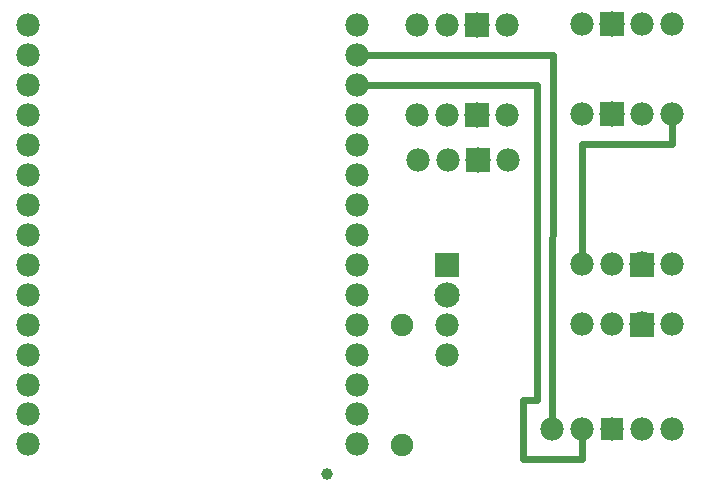
<source format=gtl>
G04 MADE WITH FRITZING*
G04 WWW.FRITZING.ORG*
G04 DOUBLE SIDED*
G04 HOLES PLATED*
G04 CONTOUR ON CENTER OF CONTOUR VECTOR*
%ASAXBY*%
%FSLAX23Y23*%
%MOIN*%
%OFA0B0*%
%SFA1.0B1.0*%
%ADD10C,0.077770*%
%ADD11C,0.075000*%
%ADD12C,0.078000*%
%ADD13C,0.084141*%
%ADD14C,0.039370*%
%ADD15R,0.084375X0.084375*%
%ADD16R,0.083333X0.083333*%
%ADD17R,0.078000X0.078000*%
%ADD18C,0.024000*%
%LNCOPPER1*%
G90*
G70*
G54D10*
X1305Y1745D03*
X208Y1945D03*
X208Y1845D03*
X208Y1745D03*
X208Y1645D03*
X208Y1545D03*
X1305Y1845D03*
X1305Y1945D03*
X1305Y1645D03*
X208Y1445D03*
X208Y1345D03*
X208Y1246D03*
X208Y1146D03*
X208Y1046D03*
X208Y946D03*
X208Y846D03*
X208Y746D03*
X208Y647D03*
X208Y547D03*
X1305Y1246D03*
X1305Y1146D03*
X1305Y1046D03*
X1305Y946D03*
X1305Y846D03*
X1305Y746D03*
X1305Y647D03*
X1305Y547D03*
X1305Y1545D03*
X1305Y1445D03*
X1305Y1345D03*
G54D11*
X1455Y946D03*
X1455Y546D03*
G54D12*
X2055Y1647D03*
G54D13*
X2155Y1647D03*
G54D12*
X2255Y1647D03*
X2355Y1647D03*
X2055Y1947D03*
G54D13*
X2155Y1947D03*
G54D12*
X2255Y1947D03*
X2355Y1947D03*
X2355Y1147D03*
G54D13*
X2255Y1147D03*
G54D12*
X2155Y1147D03*
X2055Y1147D03*
X1805Y1646D03*
G54D13*
X1705Y1646D03*
G54D12*
X1605Y1646D03*
X1505Y1646D03*
X1806Y1494D03*
G54D13*
X1706Y1494D03*
G54D12*
X1606Y1494D03*
X1506Y1494D03*
X1805Y1946D03*
G54D13*
X1705Y1946D03*
G54D12*
X1605Y1946D03*
X1505Y1946D03*
X2355Y947D03*
G54D13*
X2255Y947D03*
G54D12*
X2155Y947D03*
X2055Y947D03*
X1605Y1146D03*
G54D13*
X1605Y1046D03*
G54D12*
X1605Y946D03*
X1605Y846D03*
X2355Y597D03*
X2255Y597D03*
X2155Y597D03*
X2055Y597D03*
X1955Y597D03*
G54D14*
X1205Y447D03*
G54D15*
X2155Y1647D03*
X2155Y1947D03*
X2254Y1146D03*
X1705Y1646D03*
X1706Y1494D03*
X1705Y1946D03*
X2254Y946D03*
G54D16*
X1605Y1146D03*
G54D17*
X2155Y597D03*
G54D18*
X1856Y695D02*
X1856Y497D01*
D02*
X1904Y695D02*
X1856Y695D01*
D02*
X1335Y1745D02*
X1904Y1746D01*
D02*
X1904Y1746D02*
X1904Y695D01*
D02*
X1335Y1845D02*
X1957Y1845D01*
D02*
X1957Y1845D02*
X1955Y627D01*
D02*
X1856Y497D02*
X2055Y497D01*
D02*
X2055Y497D02*
X2055Y567D01*
D02*
X2054Y1547D02*
X2355Y1547D01*
D02*
X2355Y1547D02*
X2355Y1617D01*
D02*
X2055Y1177D02*
X2054Y1547D01*
G04 End of Copper1*
M02*
</source>
